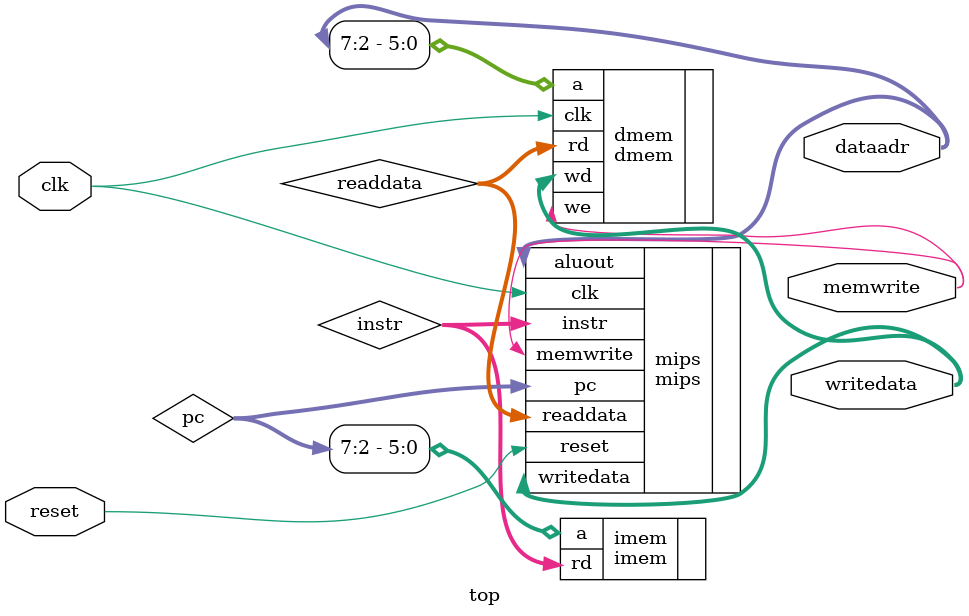
<source format=v>
module top(
    input  wire        clk, reset,
    output wire [31:0] writedata, dataadr,
    output wire        memwrite
);
    wire [31:0] pc, instr, readdata;

    // Processador MIPS
    mips mips(
        .clk(clk),
        .reset(reset),
        .pc(pc),
        .instr(instr),
        .memwrite(memwrite),
        .aluout(dataadr),
        .writedata(writedata),
        .readdata(readdata)
    );

    // Memória de instruções
    imem imem(
        .a(pc[7:2]),
        .rd(instr)
    );

    // Memória de dados
    dmem dmem(
        .clk(clk),
        .we(memwrite),
        .a(dataadr[7:2]),
        .wd(writedata),
        .rd(readdata)
    );

endmodule 
</source>
